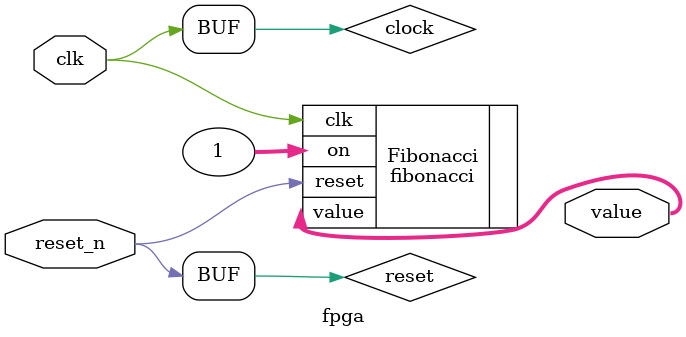
<source format=v>
`default_nettype none
`ifdef FPGA
    `define WIDTH 8
`else
   `define WIDTH 32
`endif

module fpga #(parameter WIDTH=`WIDTH) (
        input wire clk,
        input wire reset_n,
        output wire [WIDTH-1:0] value
    );
    wire reset;
    wire clock;

`ifdef FPGA
    assign reset = !reset_n;

    clkdiv SlowClock(.clk(clk),
            .clkout(clock));
`else
    assign reset = reset_n;
    assign clock = clk;
`endif

    fibonacci #(.WIDTH(`WIDTH)) Fibonacci(.clk(clock),
	    .on(1),
            .reset(reset),
            .value(value));
endmodule

</source>
